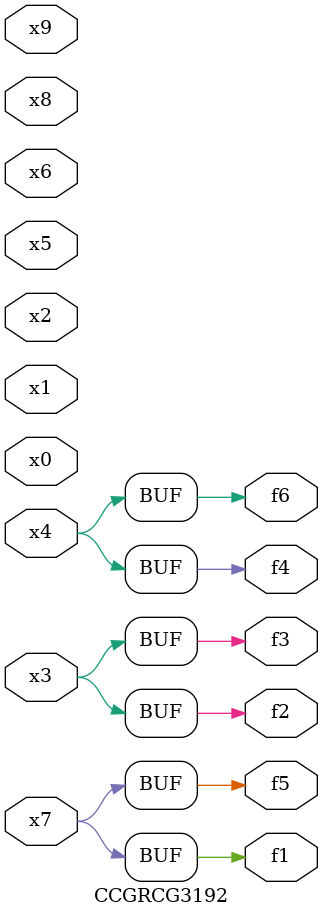
<source format=v>
module CCGRCG3192(
	input x0, x1, x2, x3, x4, x5, x6, x7, x8, x9,
	output f1, f2, f3, f4, f5, f6
);
	assign f1 = x7;
	assign f2 = x3;
	assign f3 = x3;
	assign f4 = x4;
	assign f5 = x7;
	assign f6 = x4;
endmodule

</source>
